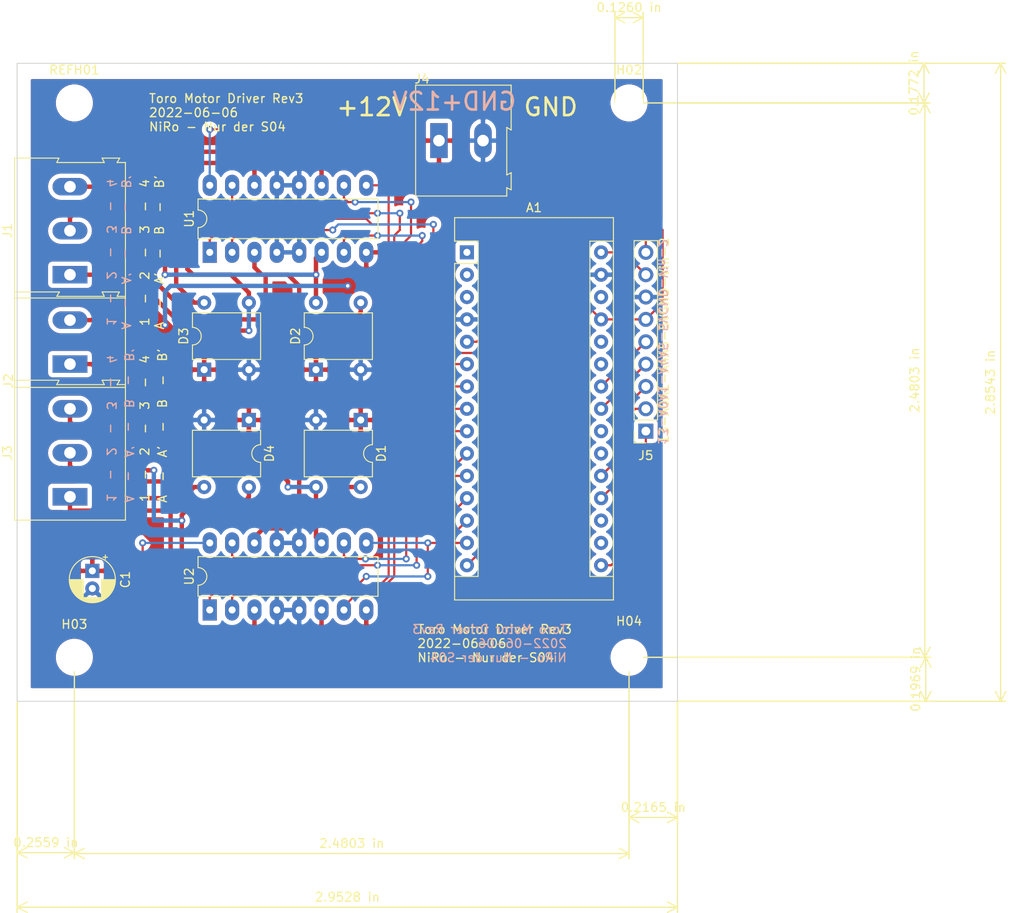
<source format=kicad_pcb>
(kicad_pcb (version 20171130) (host pcbnew 5.1.5+dfsg1-2build2)
  (layers (0 F.Cu signal) (31 B.Cu signal) (34 B.Paste user) (35 F.Paste user) (36 B.SilkS user) (37 F.SilkS user) (38 B.Mask user) (39 F.Mask user) (44 Edge.Cuts user))
  (net 0 "")
  (net 1 "Net-(A1-Pad1)")
  (net 2 "Net-(A1-Pad17)")
  (net 3 "Net-(A1-Pad2)")
  (net 4 "Net-(A1-Pad18)")
  (net 5 "Net-(A1-Pad3)")
  (net 6 "Net-(A1-Pad19)")
  (net 7 "Net-(A1-Pad20)")
  (net 8 "Net-(A1-Pad5)")
  (net 9 "Net-(A1-Pad21)")
  (net 10 "Net-(A1-Pad6)")
  (net 11 "Net-(A1-Pad22)")
  (net 12 "Net-(A1-Pad7)")
  (net 13 "Net-(A1-Pad23)")
  (net 14 "Net-(A1-Pad8)")
  (net 15 "Net-(A1-Pad24)")
  (net 16 "Net-(A1-Pad9)")
  (net 17 "Net-(A1-Pad25)")
  (net 18 "Net-(A1-Pad10)")
  (net 19 "Net-(A1-Pad26)")
  (net 20 "Net-(A1-Pad11)")
  (net 21 "Net-(A1-Pad27)")
  (net 22 "Net-(A1-Pad12)")
  (net 23 "Net-(A1-Pad28)")
  (net 24 "Net-(A1-Pad13)")
  (net 25 GND)
  (net 26 "Net-(A1-Pad14)")
  (net 27 "Net-(A1-Pad30)")
  (net 28 "Net-(A1-Pad15)")
  (net 29 "Net-(A1-Pad16)")
  (net 30 +10V)
  (net 31 "Net-(D1-Pad4)")
  (net 32 "Net-(D1-Pad3)")
  (net 33 "Net-(D2-Pad4)")
  (net 34 "Net-(D2-Pad3)")
  (net 35 "Net-(D3-Pad4)")
  (net 36 "Net-(D3-Pad3)")
  (net 37 "Net-(D4-Pad4)")
  (net 38 "Net-(D4-Pad3)")
  (module MountingHole:MountingHole_3.2mm_M3_ISO14580 (layer F.Cu) (at 64 77)
    (fp_text reference REFH01 (at 0 -3.75) (layer F.SilkS))
    (fp_text value MountingHole_3.2mm_M3_ISO14580)
    (pad 1 np_thru_hole circle (at 0 0) (size 3.2 3.2) (drill 3.2) (layers *.Cu *.Mask))
  )
  (module MountingHole:MountingHole_3.2mm_M3_ISO14580 (layer F.Cu) (at 64 140)
    (fp_text reference H03 (at 0 -3.75) (layer F.SilkS))
    (fp_text value MountingHole_3.2mm_M3_ISO14580)
    (pad 1 np_thru_hole circle (at 0 0) (size 3.2 3.2) (drill 3.2) (layers *.Cu *.Mask))
  )
  (module MountingHole:MountingHole_3.2mm_M3_ISO14580 (layer F.Cu) (at 127 140)
    (fp_text reference H04 (at 0 -4.11) (layer F.SilkS))
    (fp_text value MountingHole_3.2mm_M3_ISO14580)
    (pad 1 np_thru_hole circle (at 0 0) (size 3.2 3.2) (drill 3.2) (layers *.Cu *.Mask))
  )
  (module MountingHole:MountingHole_3.2mm_M3_ISO14580 (layer F.Cu) (at 127 77)
    (fp_text reference H02 (at 0 -3.75) (layer F.SilkS))
    (fp_text value MountingHole_3.2mm_M3_ISO14580)
    (pad 1 np_thru_hole circle (at 0 0) (size 3.2 3.2) (drill 3.2) (layers *.Cu *.Mask))
  )
  (module Connector_PinSocket_2.54mm:PinSocket_1x09_P2.54mm_Vertical (layer F.Cu) (at 128.905 114.3 180)
    (fp_text reference J5 (at 0 -2.77) (layer F.SilkS))
    (fp_text value Conn_01x09_Male)
    (pad 9 thru_hole oval (at 0 20.32 180) (size 1.7 1.7) (drill 1) (layers *.Cu *.Mask) (net 8 "Net-(A1-Pad5)"))
    (pad 8 thru_hole oval (at 0 17.78 180) (size 1.7 1.7) (drill 1) (layers *.Cu *.Mask) (net 27 "Net-(A1-Pad30)"))
    (pad 7 thru_hole oval (at 0 15.24 180) (size 1.7 1.7) (drill 1) (layers *.Cu *.Mask) (net 25 GND))
    (pad 6 thru_hole oval (at 0 12.7 180) (size 1.7 1.7) (drill 1) (layers *.Cu *.Mask) (net 21 "Net-(A1-Pad27)"))
    (pad 5 thru_hole oval (at 0 10.16 180) (size 1.7 1.7) (drill 1) (layers *.Cu *.Mask) (net 15 "Net-(A1-Pad24)"))
    (pad 4 thru_hole oval (at 0 7.62 180) (size 1.7 1.7) (drill 1) (layers *.Cu *.Mask) (net 13 "Net-(A1-Pad23)"))
    (pad 3 thru_hole oval (at 0 5.08 180) (size 1.7 1.7) (drill 1) (layers *.Cu *.Mask) (net 7 "Net-(A1-Pad20)"))
    (pad 2 thru_hole oval (at 0 2.54 180) (size 1.7 1.7) (drill 1) (layers *.Cu *.Mask) (net 6 "Net-(A1-Pad19)"))
    (pad 1 thru_hole rect (at 0 0 180) (size 1.7 1.7) (drill 1) (layers *.Cu *.Mask) (net 29 "Net-(A1-Pad16)"))
  )
  (module Capacitor_THT:CP_Radial_D5.0mm_P2.00mm (layer F.Cu) (at 66.04 130.175 270)
    (fp_text reference C1 (at 1 -3.75 90) (layer F.SilkS))
    (fp_text value 220nF)
    (pad 2 thru_hole circle (at 2 0 270) (size 1.6 1.6) (drill 0.8) (layers *.Cu *.Mask) (net 25 GND))
    (pad 1 thru_hole rect (at 0 0 270) (size 1.6 1.6) (drill 0.8) (layers *.Cu *.Mask) (net 30 +10V))
  )
  (module nikos_footprints:BridgeRectifier_+-AA (layer F.Cu) (at 83.82 113.03 270)
    (fp_text reference D4 (at 3.81 -2.33 90) (layer F.SilkS))
    (fp_text value D_Bridge_+-AA)
    (pad 4 thru_hole oval (at 7.62 0 270) (size 1.6 1.6) (drill 0.8) (layers *.Cu *.Mask) (net 37 "Net-(D4-Pad4)"))
    (pad 2 thru_hole oval (at 0 5.08 270) (size 1.6 1.6) (drill 0.8) (layers *.Cu *.Mask) (net 25 GND))
    (pad 3 thru_hole oval (at 7.62 5.08 270) (size 1.6 1.6) (drill 0.8) (layers *.Cu *.Mask) (net 38 "Net-(D4-Pad3)"))
    (pad 1 thru_hole rect (at 0 0 270) (size 1.6 1.6) (drill 0.8) (layers *.Cu *.Mask) (net 30 +10V))
  )
  (module nikos_footprints:BridgeRectifier_+-AA (layer F.Cu) (at 78.74 107.315 90)
    (fp_text reference D3 (at 3.81 -2.33 90) (layer F.SilkS))
    (fp_text value D_Bridge_+-AA)
    (pad 4 thru_hole oval (at 7.62 0 90) (size 1.6 1.6) (drill 0.8) (layers *.Cu *.Mask) (net 35 "Net-(D3-Pad4)"))
    (pad 2 thru_hole oval (at 0 5.08 90) (size 1.6 1.6) (drill 0.8) (layers *.Cu *.Mask) (net 25 GND))
    (pad 3 thru_hole oval (at 7.62 5.08 90) (size 1.6 1.6) (drill 0.8) (layers *.Cu *.Mask) (net 36 "Net-(D3-Pad3)"))
    (pad 1 thru_hole rect (at 0 0 90) (size 1.6 1.6) (drill 0.8) (layers *.Cu *.Mask) (net 30 +10V))
  )
  (module nikos_footprints:BridgeRectifier_+-AA (layer F.Cu) (at 91.44 107.315 90)
    (fp_text reference D2 (at 3.81 -2.33 90) (layer F.SilkS))
    (fp_text value D_Bridge_+-AA)
    (pad 4 thru_hole oval (at 7.62 0 90) (size 1.6 1.6) (drill 0.8) (layers *.Cu *.Mask) (net 33 "Net-(D2-Pad4)"))
    (pad 2 thru_hole oval (at 0 5.08 90) (size 1.6 1.6) (drill 0.8) (layers *.Cu *.Mask) (net 25 GND))
    (pad 3 thru_hole oval (at 7.62 5.08 90) (size 1.6 1.6) (drill 0.8) (layers *.Cu *.Mask) (net 34 "Net-(D2-Pad3)"))
    (pad 1 thru_hole rect (at 0 0 90) (size 1.6 1.6) (drill 0.8) (layers *.Cu *.Mask) (net 30 +10V))
  )
  (module nikos_footprints:BridgeRectifier_+-AA (layer F.Cu) (at 96.52 113.03 270)
    (fp_text reference D1 (at 3.81 -2.33 90) (layer F.SilkS))
    (fp_text value D_Bridge_+-AA)
    (pad 4 thru_hole oval (at 7.62 0 270) (size 1.6 1.6) (drill 0.8) (layers *.Cu *.Mask) (net 31 "Net-(D1-Pad4)"))
    (pad 2 thru_hole oval (at 0 5.08 270) (size 1.6 1.6) (drill 0.8) (layers *.Cu *.Mask) (net 25 GND))
    (pad 3 thru_hole oval (at 7.62 5.08 270) (size 1.6 1.6) (drill 0.8) (layers *.Cu *.Mask) (net 32 "Net-(D1-Pad3)"))
    (pad 1 thru_hole rect (at 0 0 270) (size 1.6 1.6) (drill 0.8) (layers *.Cu *.Mask) (net 30 +10V))
  )
  (module Module:Arduino_Nano (layer F.Cu) (at 108.585 93.98)
    (fp_text reference A1 (at 7.62 -5.08) (layer F.SilkS))
    (fp_text value Arduino_Nano_v3.x)
    (pad 1 thru_hole rect (at 0 0) (size 1.6 1.6) (drill 0.8) (layers *.Cu *.Mask) (net 1 "Net-(A1-Pad1)"))
    (pad 17 thru_hole oval (at 15.24 33.02) (size 1.6 1.6) (drill 0.8) (layers *.Cu *.Mask) (net 2 "Net-(A1-Pad17)"))
    (pad 2 thru_hole oval (at 0 2.54) (size 1.6 1.6) (drill 0.8) (layers *.Cu *.Mask) (net 3 "Net-(A1-Pad2)"))
    (pad 18 thru_hole oval (at 15.24 30.48) (size 1.6 1.6) (drill 0.8) (layers *.Cu *.Mask) (net 4 "Net-(A1-Pad18)"))
    (pad 3 thru_hole oval (at 0 5.08) (size 1.6 1.6) (drill 0.8) (layers *.Cu *.Mask) (net 5 "Net-(A1-Pad3)"))
    (pad 19 thru_hole oval (at 15.24 27.94) (size 1.6 1.6) (drill 0.8) (layers *.Cu *.Mask) (net 6 "Net-(A1-Pad19)"))
    (pad 4 thru_hole oval (at 0 7.62) (size 1.6 1.6) (drill 0.8) (layers *.Cu *.Mask) (net 25 GND))
    (pad 20 thru_hole oval (at 15.24 25.4) (size 1.6 1.6) (drill 0.8) (layers *.Cu *.Mask) (net 7 "Net-(A1-Pad20)"))
    (pad 5 thru_hole oval (at 0 10.16) (size 1.6 1.6) (drill 0.8) (layers *.Cu *.Mask) (net 8 "Net-(A1-Pad5)"))
    (pad 21 thru_hole oval (at 15.24 22.86) (size 1.6 1.6) (drill 0.8) (layers *.Cu *.Mask) (net 9 "Net-(A1-Pad21)"))
    (pad 6 thru_hole oval (at 0 12.7) (size 1.6 1.6) (drill 0.8) (layers *.Cu *.Mask) (net 10 "Net-(A1-Pad6)"))
    (pad 22 thru_hole oval (at 15.24 20.32) (size 1.6 1.6) (drill 0.8) (layers *.Cu *.Mask) (net 11 "Net-(A1-Pad22)"))
    (pad 7 thru_hole oval (at 0 15.24) (size 1.6 1.6) (drill 0.8) (layers *.Cu *.Mask) (net 12 "Net-(A1-Pad7)"))
    (pad 23 thru_hole oval (at 15.24 17.78) (size 1.6 1.6) (drill 0.8) (layers *.Cu *.Mask) (net 13 "Net-(A1-Pad23)"))
    (pad 8 thru_hole oval (at 0 17.78) (size 1.6 1.6) (drill 0.8) (layers *.Cu *.Mask) (net 14 "Net-(A1-Pad8)"))
    (pad 24 thru_hole oval (at 15.24 15.24) (size 1.6 1.6) (drill 0.8) (layers *.Cu *.Mask) (net 15 "Net-(A1-Pad24)"))
    (pad 9 thru_hole oval (at 0 20.32) (size 1.6 1.6) (drill 0.8) (layers *.Cu *.Mask) (net 16 "Net-(A1-Pad9)"))
    (pad 25 thru_hole oval (at 15.24 12.7) (size 1.6 1.6) (drill 0.8) (layers *.Cu *.Mask) (net 17 "Net-(A1-Pad25)"))
    (pad 10 thru_hole oval (at 0 22.86) (size 1.6 1.6) (drill 0.8) (layers *.Cu *.Mask) (net 18 "Net-(A1-Pad10)"))
    (pad 26 thru_hole oval (at 15.24 10.16) (size 1.6 1.6) (drill 0.8) (layers *.Cu *.Mask) (net 19 "Net-(A1-Pad26)"))
    (pad 11 thru_hole oval (at 0 25.4) (size 1.6 1.6) (drill 0.8) (layers *.Cu *.Mask) (net 20 "Net-(A1-Pad11)"))
    (pad 27 thru_hole oval (at 15.24 7.62) (size 1.6 1.6) (drill 0.8) (layers *.Cu *.Mask) (net 21 "Net-(A1-Pad27)"))
    (pad 12 thru_hole oval (at 0 27.94) (size 1.6 1.6) (drill 0.8) (layers *.Cu *.Mask) (net 22 "Net-(A1-Pad12)"))
    (pad 28 thru_hole oval (at 15.24 5.08) (size 1.6 1.6) (drill 0.8) (layers *.Cu *.Mask) (net 23 "Net-(A1-Pad28)"))
    (pad 13 thru_hole oval (at 0 30.48) (size 1.6 1.6) (drill 0.8) (layers *.Cu *.Mask) (net 24 "Net-(A1-Pad13)"))
    (pad 29 thru_hole oval (at 15.24 2.54) (size 1.6 1.6) (drill 0.8) (layers *.Cu *.Mask) (net 25 GND))
    (pad 14 thru_hole oval (at 0 33.02) (size 1.6 1.6) (drill 0.8) (layers *.Cu *.Mask) (net 26 "Net-(A1-Pad14)"))
    (pad 30 thru_hole oval (at 15.24 0) (size 1.6 1.6) (drill 0.8) (layers *.Cu *.Mask) (net 27 "Net-(A1-Pad30)"))
    (pad 15 thru_hole oval (at 0 35.56) (size 1.6 1.6) (drill 0.8) (layers *.Cu *.Mask) (net 28 "Net-(A1-Pad15)"))
    (pad 16 thru_hole oval (at 15.24 35.56) (size 1.6 1.6) (drill 0.8) (layers *.Cu *.Mask) (net 29 "Net-(A1-Pad16)"))
  )
  (module TerminalBlock:TerminalBlock_Altech_AK300-3_P5.00mm (layer F.Cu) (at 63.5 96.52 90)
    (fp_text reference J1 (at 5 -7.1 90) (layer F.SilkS))
    (fp_text value Screw_Terminal_01x03)
    (pad 1 thru_hole rect (at 0 0 90) (size 1.98 3.96) (drill 1.32) (layers *.Cu *.Mask) (net 34 "Net-(D2-Pad3)"))
    (pad 2 thru_hole oval (at 5 0 90) (size 1.98 3.96) (drill 1.32) (layers *.Cu *.Mask) (net 33 "Net-(D2-Pad4)"))
    (pad 3 thru_hole oval (at 10 0 90) (size 1.98 3.96) (drill 1.32) (layers *.Cu *.Mask) (net 35 "Net-(D3-Pad4)"))
  )
  (module TerminalBlock:TerminalBlock_Altech_AK300-2_P5.00mm (layer F.Cu) (at 63.5 106.68 90)
    (fp_text reference J2 (at -1.92 -6.99 90) (layer F.SilkS))
    (fp_text value Screw_Terminal_01x02)
    (pad 1 thru_hole rect (at 0 0 90) (size 1.98 3.96) (drill 1.32) (layers *.Cu *.Mask) (net 37 "Net-(D4-Pad4)"))
    (pad 2 thru_hole oval (at 5 0 90) (size 1.98 3.96) (drill 1.32) (layers *.Cu *.Mask) (net 36 "Net-(D3-Pad3)"))
  )
  (module TerminalBlock:TerminalBlock_Altech_AK300-3_P5.00mm (layer F.Cu) (at 63.5 121.76 90)
    (fp_text reference J3 (at 5 -7.1 90) (layer F.SilkS))
    (fp_text value Screw_Terminal_01x03)
    (pad 3 thru_hole oval (at 10 0 90) (size 1.98 3.96) (drill 1.32) (layers *.Cu *.Mask) (net 31 "Net-(D1-Pad4)"))
    (pad 2 thru_hole oval (at 5 0 90) (size 1.98 3.96) (drill 1.32) (layers *.Cu *.Mask) (net 32 "Net-(D1-Pad3)"))
    (pad 1 thru_hole rect (at 0 0 90) (size 1.98 3.96) (drill 1.32) (layers *.Cu *.Mask) (net 38 "Net-(D4-Pad3)"))
  )
  (module TerminalBlock:TerminalBlock_Altech_AK300-2_P5.00mm (layer F.Cu) (at 105.41 81.28)
    (fp_text reference J4 (at -1.92 -6.99) (layer F.SilkS))
    (fp_text value "Screw_Terminal _01x02")
    (pad 2 thru_hole oval (at 5 0) (size 1.98 3.96) (drill 1.32) (layers *.Cu *.Mask) (net 25 GND))
    (pad 1 thru_hole rect (at 0 0) (size 1.98 3.96) (drill 1.32) (layers *.Cu *.Mask) (net 30 +10V))
  )
  (module Package_DIP:DIP-16_W7.62mm_LongPads (layer F.Cu) (at 79.375 93.98 90)
    (fp_text reference U1 (at 3.81 -2.33 90) (layer F.SilkS))
    (fp_text value L293)
    (pad 1 thru_hole rect (at 0 0 90) (size 2.4 1.6) (drill 0.8) (layers *.Cu *.Mask) (net 16 "Net-(A1-Pad9)"))
    (pad 9 thru_hole oval (at 7.62 17.78 90) (size 2.4 1.6) (drill 0.8) (layers *.Cu *.Mask) (net 16 "Net-(A1-Pad9)"))
    (pad 2 thru_hole oval (at 0 2.54 90) (size 2.4 1.6) (drill 0.8) (layers *.Cu *.Mask) (net 28 "Net-(A1-Pad15)"))
    (pad 10 thru_hole oval (at 7.62 15.24 90) (size 2.4 1.6) (drill 0.8) (layers *.Cu *.Mask) (net 12 "Net-(A1-Pad7)"))
    (pad 3 thru_hole oval (at 0 5.08 90) (size 2.4 1.6) (drill 0.8) (layers *.Cu *.Mask) (net 34 "Net-(D2-Pad3)"))
    (pad 11 thru_hole oval (at 7.62 12.7 90) (size 2.4 1.6) (drill 0.8) (layers *.Cu *.Mask) (net 35 "Net-(D3-Pad4)"))
    (pad 4 thru_hole oval (at 0 7.62 90) (size 2.4 1.6) (drill 0.8) (layers *.Cu *.Mask) (net 25 GND))
    (pad 12 thru_hole oval (at 7.62 10.16 90) (size 2.4 1.6) (drill 0.8) (layers *.Cu *.Mask) (net 25 GND))
    (pad 5 thru_hole oval (at 0 10.16 90) (size 2.4 1.6) (drill 0.8) (layers *.Cu *.Mask) (net 25 GND))
    (pad 13 thru_hole oval (at 7.62 7.62 90) (size 2.4 1.6) (drill 0.8) (layers *.Cu *.Mask) (net 25 GND))
    (pad 6 thru_hole oval (at 0 12.7 90) (size 2.4 1.6) (drill 0.8) (layers *.Cu *.Mask) (net 33 "Net-(D2-Pad4)"))
    (pad 14 thru_hole oval (at 7.62 5.08 90) (size 2.4 1.6) (drill 0.8) (layers *.Cu *.Mask) (net 36 "Net-(D3-Pad3)"))
    (pad 7 thru_hole oval (at 0 15.24 90) (size 2.4 1.6) (drill 0.8) (layers *.Cu *.Mask) (net 10 "Net-(A1-Pad6)"))
    (pad 15 thru_hole oval (at 7.62 2.54 90) (size 2.4 1.6) (drill 0.8) (layers *.Cu *.Mask) (net 14 "Net-(A1-Pad8)"))
    (pad 8 thru_hole oval (at 0 17.78 90) (size 2.4 1.6) (drill 0.8) (layers *.Cu *.Mask) (net 30 +10V))
    (pad 16 thru_hole oval (at 7.62 0 90) (size 2.4 1.6) (drill 0.8) (layers *.Cu *.Mask) (net 21 "Net-(A1-Pad27)"))
  )
  (module Package_DIP:DIP-16_W7.62mm_LongPads (layer F.Cu) (at 79.375 134.62 90)
    (fp_text reference U2 (at 3.81 -2.33 90) (layer F.SilkS))
    (fp_text value L293)
    (pad 16 thru_hole oval (at 7.62 0 90) (size 2.4 1.6) (drill 0.8) (layers *.Cu *.Mask) (net 21 "Net-(A1-Pad27)"))
    (pad 8 thru_hole oval (at 0 17.78 90) (size 2.4 1.6) (drill 0.8) (layers *.Cu *.Mask) (net 30 +10V))
    (pad 15 thru_hole oval (at 7.62 2.54 90) (size 2.4 1.6) (drill 0.8) (layers *.Cu *.Mask) (net 24 "Net-(A1-Pad13)"))
    (pad 7 thru_hole oval (at 0 15.24 90) (size 2.4 1.6) (drill 0.8) (layers *.Cu *.Mask) (net 20 "Net-(A1-Pad11)"))
    (pad 14 thru_hole oval (at 7.62 5.08 90) (size 2.4 1.6) (drill 0.8) (layers *.Cu *.Mask) (net 31 "Net-(D1-Pad4)"))
    (pad 6 thru_hole oval (at 0 12.7 90) (size 2.4 1.6) (drill 0.8) (layers *.Cu *.Mask) (net 38 "Net-(D4-Pad3)"))
    (pad 13 thru_hole oval (at 7.62 7.62 90) (size 2.4 1.6) (drill 0.8) (layers *.Cu *.Mask) (net 25 GND))
    (pad 5 thru_hole oval (at 0 10.16 90) (size 2.4 1.6) (drill 0.8) (layers *.Cu *.Mask) (net 25 GND))
    (pad 12 thru_hole oval (at 7.62 10.16 90) (size 2.4 1.6) (drill 0.8) (layers *.Cu *.Mask) (net 25 GND))
    (pad 4 thru_hole oval (at 0 7.62 90) (size 2.4 1.6) (drill 0.8) (layers *.Cu *.Mask) (net 25 GND))
    (pad 11 thru_hole oval (at 7.62 12.7 90) (size 2.4 1.6) (drill 0.8) (layers *.Cu *.Mask) (net 32 "Net-(D1-Pad3)"))
    (pad 3 thru_hole oval (at 0 5.08 90) (size 2.4 1.6) (drill 0.8) (layers *.Cu *.Mask) (net 37 "Net-(D4-Pad4)"))
    (pad 10 thru_hole oval (at 7.62 15.24 90) (size 2.4 1.6) (drill 0.8) (layers *.Cu *.Mask) (net 22 "Net-(A1-Pad12)"))
    (pad 2 thru_hole oval (at 0 2.54 90) (size 2.4 1.6) (drill 0.8) (layers *.Cu *.Mask) (net 18 "Net-(A1-Pad10)"))
    (pad 9 thru_hole oval (at 7.62 17.78 90) (size 2.4 1.6) (drill 0.8) (layers *.Cu *.Mask) (net 26 "Net-(A1-Pad14)"))
    (pad 1 thru_hole rect (at 0 0 90) (size 2.4 1.6) (drill 0.8) (layers *.Cu *.Mask) (net 26 "Net-(A1-Pad14)"))
  )
  (dimension 3.2 (width 0.15) (layer F.SilkS) (gr_text "3.200 mm" (at 127 66) (layer F.SilkS) (effects (font (size 1 1) (thickness 0.15)))) (feature1 (pts (xy 125.4 77) (xy 125.4 66.713579))) (feature2 (pts (xy 128.6 77) (xy 128.6 66.713579))) (crossbar (pts (xy 128.6 67.3) (xy 125.4 67.3))) (arrow1a (pts (xy 125.4 67.3) (xy 126.526504 66.713579))) (arrow1b (pts (xy 125.4 67.3) (xy 126.526504 67.886421))) (arrow2a (pts (xy 128.6 67.3) (xy 127.473496 66.713579))) (arrow2b (pts (xy 128.6 67.3) (xy 127.473496 67.886421))))
  (dimension 6.5 (width 0.15) (layer F.SilkS) (gr_text "6.500 mm" (at 60.75 163.5) (layer F.SilkS) (effects (font (size 1 1) (thickness 0.15)))) (feature1 (pts (xy 57.5 145) (xy 57.5 162.786421))) (feature2 (pts (xy 64 145) (xy 64 162.786421))) (crossbar (pts (xy 64 162.2) (xy 57.5 162.2))) (arrow1a (pts (xy 57.5 162.2) (xy 58.626504 161.613579))) (arrow1b (pts (xy 57.5 162.2) (xy 58.626504 162.786421))) (arrow2a (pts (xy 64 162.2) (xy 62.873496 161.613579))) (arrow2b (pts (xy 64 162.2) (xy 62.873496 162.786421))))
  (dimension 5 (width 0.15) (layer F.SilkS) (gr_text "5.000 mm" (at 162 142.5 270) (layer F.SilkS) (effects (font (size 1 1) (thickness 0.15)))) (feature1 (pts (xy 132.5 145) (xy 161.286421 145))) (feature2 (pts (xy 132.5 140) (xy 161.286421 140))) (crossbar (pts (xy 160.7 140) (xy 160.7 145))) (arrow1a (pts (xy 160.7 145) (xy 160.113579 143.873496))) (arrow1b (pts (xy 160.7 145) (xy 161.286421 143.873496))) (arrow2a (pts (xy 160.7 140) (xy 160.113579 141.126504))) (arrow2b (pts (xy 160.7 140) (xy 161.286421 141.126504))))
  (dimension 5.5 (width 0.15) (layer F.SilkS) (gr_text "5.500 mm" (at 129.75 159.5) (layer F.SilkS) (effects (font (size 1 1) (thickness 0.15)))) (feature1 (pts (xy 132.5 145) (xy 132.5 158.786421))) (feature2 (pts (xy 127 145) (xy 127 158.786421))) (crossbar (pts (xy 127 158.2) (xy 132.5 158.2))) (arrow1a (pts (xy 132.5 158.2) (xy 131.373496 158.786421))) (arrow1b (pts (xy 132.5 158.2) (xy 131.373496 157.613579))) (arrow2a (pts (xy 127 158.2) (xy 128.126504 158.786421))) (arrow2b (pts (xy 127 158.2) (xy 128.126504 157.613579))))
  (dimension 4.5 (width 0.15) (layer F.SilkS) (gr_text "4.500 mm" (at 161.8 74.75 270) (layer F.SilkS) (effects (font (size 1 1) (thickness 0.15)))) (feature1 (pts (xy 132.5 77) (xy 161.086421 77))) (feature2 (pts (xy 132.5 72.5) (xy 161.086421 72.5))) (crossbar (pts (xy 160.5 72.5) (xy 160.5 77))) (arrow1a (pts (xy 160.5 77) (xy 159.913579 75.873496))) (arrow1b (pts (xy 160.5 77) (xy 161.086421 75.873496))) (arrow2a (pts (xy 160.5 72.5) (xy 159.913579 73.626504))) (arrow2b (pts (xy 160.5 72.5) (xy 161.086421 73.626504))))
  (dimension 63 (width 0.15) (layer F.SilkS) (gr_text "63.000 mm" (at 161.9 108.5 270) (layer F.SilkS) (effects (font (size 1 1) (thickness 0.15)))) (feature1 (pts (xy 127 140) (xy 161.186421 140))) (feature2 (pts (xy 127 77) (xy 161.186421 77))) (crossbar (pts (xy 160.6 77) (xy 160.6 140))) (arrow1a (pts (xy 160.6 140) (xy 160.013579 138.873496))) (arrow1b (pts (xy 160.6 140) (xy 161.186421 138.873496))) (arrow2a (pts (xy 160.6 77) (xy 160.013579 78.126504))) (arrow2b (pts (xy 160.6 77) (xy 161.186421 78.126504))))
  (dimension 63 (width 0.15) (layer F.SilkS) (gr_text "63.000 mm" (at 95.5 163.599999) (layer F.SilkS) (effects (font (size 1 1) (thickness 0.15)))) (feature1 (pts (xy 127 140) (xy 127 162.88642))) (feature2 (pts (xy 64 140) (xy 64 162.88642))) (crossbar (pts (xy 64 162.299999) (xy 127 162.299999))) (arrow1a (pts (xy 127 162.299999) (xy 125.873496 162.88642))) (arrow1b (pts (xy 127 162.299999) (xy 125.873496 161.713578))) (arrow2a (pts (xy 64 162.299999) (xy 65.126504 162.88642))) (arrow2b (pts (xy 64 162.299999) (xy 65.126504 161.713578))))
  (dimension 75 (width 0.15) (layer F.SilkS) (gr_text "75.000 mm" (at 95 169.699999) (layer F.SilkS) (effects (font (size 1 1) (thickness 0.15)))) (feature1 (pts (xy 132.5 145) (xy 132.5 168.98642))) (feature2 (pts (xy 57.5 145) (xy 57.5 168.98642))) (crossbar (pts (xy 57.5 168.399999) (xy 132.5 168.399999))) (arrow1a (pts (xy 132.5 168.399999) (xy 131.373496 168.98642))) (arrow1b (pts (xy 132.5 168.399999) (xy 131.373496 167.813578))) (arrow2a (pts (xy 57.5 168.399999) (xy 58.626504 168.98642))) (arrow2b (pts (xy 57.5 168.399999) (xy 58.626504 167.813578))))
  (dimension 72.5 (width 0.15) (layer F.SilkS) (gr_text "72.500 mm" (at 170.5 108.75 270) (layer F.SilkS) (effects (font (size 1 1) (thickness 0.15)))) (feature1 (pts (xy 132.5 145) (xy 169.786421 145))) (feature2 (pts (xy 132.5 72.5) (xy 169.786421 72.5))) (crossbar (pts (xy 169.2 72.5) (xy 169.2 145))) (arrow1a (pts (xy 169.2 145) (xy 168.613579 143.873496))) (arrow1b (pts (xy 169.2 145) (xy 169.786421 143.873496))) (arrow2a (pts (xy 169.2 72.5) (xy 168.613579 73.626504))) (arrow2b (pts (xy 169.2 72.5) (xy 169.786421 73.626504))))
  (gr_text 13-A0A1-A4A5-5VGND-Vin-2 (at 130.81 104.14 270) (layer B.SilkS) (effects (font (size 1 1)) (justify mirror)))
  (gr_text GND (at 111.125 76.835) (layer B.SilkS) (effects (font (size 2 2) (thickness 0.3)) (justify mirror)))
  (gr_text +12V (at 104.14 76.835) (layer B.SilkS) (effects (font (size 2 2) (thickness 0.3)) (justify mirror)))
  (gr_text "1  -  2  -  3  -  4" (at 68.19 93.98 270) (layer B.SilkS) (effects (font (size 1 1)) (justify mirror)))
  (gr_text "A  -  A'  -  B  -  B'" (at 69.85 93.98 270) (layer B.SilkS) (effects (font (size 1 1)) (justify mirror)))
  (gr_text "A  -  A'  -  B  -  B'" (at 70.19 113.665 270) (layer B.SilkS) (effects (font (size 1 1)) (justify mirror)))
  (gr_text "1  -  2  -  3  -  4" (at 68.19 114 270) (layer B.SilkS) (effects (font (size 1 1)) (justify mirror)))
  (gr_text "Toro Motor Driver Rev3\n2022-06-06\nNiRo - Nur der S04" (at 120.015 138.43) (layer B.SilkS) (effects (font (size 1 1)) (justify left mirror)))
  (gr_text "Toro Motor Driver Rev3\n2022-06-06\nNiRo - Nur der S04" (at 102.87 138.43) (layer F.SilkS) (effects (font (size 1 1)) (justify left)))
  (gr_text "Toro Motor Driver Rev3\n2022-06-06\nNiRo - Nur der S04" (at 72.39 78.105) (layer F.SilkS) (effects (font (size 1 1)) (justify left)))
  (gr_text GND (at 118.11 77.47) (layer F.SilkS) (effects (font (size 2 2) (thickness 0.3))))
  (gr_text +12V (at 97.79 77.47) (layer F.SilkS) (effects (font (size 2 2) (thickness 0.3))))
  (gr_text "A  -  A'  -  B  -  B'" (at 73.66 93.98 90) (layer F.SilkS) (effects (font (size 1 1))))
  (gr_text "A  -  A'  -  B  -  B'" (at 74 113.665 90) (layer F.SilkS) (effects (font (size 1 1))))
  (gr_text "1  -  2  -  3  -  4" (at 72 94 90) (layer F.SilkS) (effects (font (size 1 1))))
  (gr_text "1  -  2  -  3  -  4" (at 72 114 90) (layer F.SilkS) (effects (font (size 1 1))))
  (gr_text 13-A0A1-A4A5-5VGND-Vin-2 (at 131 104 90) (layer F.SilkS) (effects (font (size 1 1))))
  (gr_line (start 132.5 72.5) (end 132.5 75) (layer Edge.Cuts) (width 0.1))
  (gr_line (start 57.5 72.5) (end 132.5 72.5) (layer Edge.Cuts) (width 0.1))
  (gr_line (start 57.5 75) (end 57.5 72.5) (layer Edge.Cuts) (width 0.1))
  (gr_line (start 132.5 75) (end 132.5 145) (layer Edge.Cuts) (width 0.1))
  (gr_line (start 57.5 75) (end 57.5 145) (layer Edge.Cuts) (width 0.1))
  (gr_line (start 57.5 145) (end 132.5 145) (layer Edge.Cuts) (width 0.1))
  (segment (start 127.702919 111.76) (end 126.365 113.097919) (width 0.25) (layer F.Cu) (net 6))
  (segment (start 128.905 111.76) (end 127.702919 111.76) (width 0.25) (layer F.Cu) (net 6))
  (segment (start 126.365 119.38) (end 123.825 121.92) (width 0.25) (layer F.Cu) (net 6))
  (segment (start 126.365 113.097919) (end 126.365 119.38) (width 0.25) (layer F.Cu) (net 6))
  (segment (start 128.905 109.22) (end 125.73 112.395) (width 0.25) (layer F.Cu) (net 7))
  (segment (start 125.73 112.395) (end 125.73 117.475) (width 0.25) (layer F.Cu) (net 7))
  (segment (start 125.73 117.475) (end 123.825 119.38) (width 0.25) (layer F.Cu) (net 7))
  (segment (start 128.905 92.075) (end 128.905 93.98) (width 0.25) (layer F.Cu) (net 8))
  (segment (start 127.635 90.805) (end 128.905 92.075) (width 0.25) (layer F.Cu) (net 8))
  (segment (start 111.125 90.805) (end 127.635 90.805) (width 0.25) (layer F.Cu) (net 8))
  (segment (start 110.35137 91.57863) (end 111.125 90.805) (width 0.25) (layer F.Cu) (net 8))
  (segment (start 110.35137 103.505) (end 110.35137 91.57863) (width 0.25) (layer F.Cu) (net 8))
  (segment (start 109.71637 104.14) (end 110.35137 103.505) (width 0.25) (layer F.Cu) (net 8))
  (segment (start 108.585 104.14) (end 109.71637 104.14) (width 0.25) (layer F.Cu) (net 8))
  (segment (start 94.615 92.53) (end 95.07 92.075) (width 0.25) (layer F.Cu) (net 10))
  (segment (start 94.615 93.98) (end 94.615 92.53) (width 0.25) (layer F.Cu) (net 10))
  (segment (start 95.07 92.075) (end 98.425 92.075) (width 0.25) (layer F.Cu) (net 10))
  (segment (start 98.425 92.075) (end 98.425 92.075) (width 0.25) (layer F.Cu) (net 10))
  (via (at 98.425 92.075) (size 0.8) (drill 0.4) (layers F.Cu B.Cu) (net 10))
  (segment (start 98.425 92.075) (end 103.505 92.075) (width 0.25) (layer B.Cu) (net 10))
  (segment (start 103.505 92.075) (end 103.505 92.075) (width 0.25) (layer B.Cu) (net 10))
  (via (at 103.505 92.075) (size 0.8) (drill 0.4) (layers F.Cu B.Cu) (net 10))
  (segment (start 102.235 93.98) (end 102.235 105.41) (width 0.25) (layer F.Cu) (net 10))
  (segment (start 103.505 92.71) (end 102.235 93.98) (width 0.25) (layer F.Cu) (net 10))
  (segment (start 103.505 106.68) (end 108.585 106.68) (width 0.25) (layer F.Cu) (net 10))
  (segment (start 102.235 105.41) (end 103.505 106.68) (width 0.25) (layer F.Cu) (net 10))
  (segment (start 103.505 92.075) (end 103.505 92.71) (width 0.25) (layer F.Cu) (net 10))
  (segment (start 94.615 87.81) (end 95.07 88.265) (width 0.25) (layer F.Cu) (net 12))
  (segment (start 94.615 86.36) (end 94.615 87.81) (width 0.25) (layer F.Cu) (net 12))
  (segment (start 95.07 88.265) (end 95.885 88.265) (width 0.25) (layer F.Cu) (net 12))
  (segment (start 95.885 88.265) (end 95.885 88.265) (width 0.25) (layer F.Cu) (net 12))
  (via (at 95.885 88.265) (size 0.8) (drill 0.4) (layers F.Cu B.Cu) (net 12))
  (segment (start 95.885 88.265) (end 102.235 88.265) (width 0.25) (layer B.Cu) (net 12))
  (segment (start 102.235 88.265) (end 102.235 88.265) (width 0.25) (layer B.Cu) (net 12))
  (via (at 102.235 88.265) (size 0.8) (drill 0.4) (layers F.Cu B.Cu) (net 12))
  (segment (start 101.6 92.71) (end 102.235 92.075) (width 0.25) (layer F.Cu) (net 12))
  (segment (start 102.235 92.075) (end 102.235 88.265) (width 0.25) (layer F.Cu) (net 12))
  (segment (start 108.585 109.22) (end 102.235 109.22) (width 0.25) (layer F.Cu) (net 12))
  (segment (start 102.235 109.22) (end 101.6 108.585) (width 0.25) (layer F.Cu) (net 12))
  (segment (start 101.6 108.585) (end 101.6 92.71) (width 0.25) (layer F.Cu) (net 12))
  (segment (start 128.905 106.68) (end 123.825 111.76) (width 0.25) (layer F.Cu) (net 13))
  (segment (start 81.915 86.36) (end 81.915 87.81) (width 0.25) (layer F.Cu) (net 14))
  (segment (start 81.915 87.81) (end 81.915 88.265) (width 0.25) (layer F.Cu) (net 14))
  (segment (start 100.965 90.17) (end 100.965 90.17) (width 0.25) (layer F.Cu) (net 14))
  (segment (start 81.915 88.265) (end 83.185 89.535) (width 0.25) (layer F.Cu) (net 14))
  (segment (start 83.185 89.535) (end 98.425 89.535) (width 0.25) (layer F.Cu) (net 14))
  (segment (start 98.425 89.535) (end 98.425 89.535) (width 0.25) (layer F.Cu) (net 14))
  (via (at 98.425 89.535) (size 0.8) (drill 0.4) (layers F.Cu B.Cu) (net 14))
  (segment (start 100.965 89.535) (end 100.965 89.535) (width 0.25) (layer F.Cu) (net 14))
  (via (at 100.965 89.535) (size 0.8) (drill 0.4) (layers F.Cu B.Cu) (net 14))
  (segment (start 98.425 89.535) (end 100.965 89.535) (width 0.25) (layer B.Cu) (net 14))
  (segment (start 100.33 92.075) (end 100.33 111.125) (width 0.25) (layer F.Cu) (net 14))
  (segment (start 100.965 91.44) (end 100.33 92.075) (width 0.25) (layer F.Cu) (net 14))
  (segment (start 100.965 89.535) (end 100.965 91.44) (width 0.25) (layer F.Cu) (net 14))
  (segment (start 100.965 111.76) (end 100.33 111.125) (width 0.25) (layer F.Cu) (net 14))
  (segment (start 108.585 111.76) (end 100.965 111.76) (width 0.25) (layer F.Cu) (net 14))
  (segment (start 128.905 104.14) (end 123.825 109.22) (width 0.25) (layer F.Cu) (net 15))
  (segment (start 79.375 93.98) (end 79.375 92.53) (width 0.25) (layer F.Cu) (net 16))
  (segment (start 99.06 86.36) (end 97.155 86.36) (width 0.25) (layer F.Cu) (net 16))
  (segment (start 99.695 86.995) (end 99.06 86.36) (width 0.25) (layer F.Cu) (net 16))
  (segment (start 80.8725 91.0325) (end 80.915009 90.989991) (width 0.25) (layer F.Cu) (net 16))
  (segment (start 99.695 90.805) (end 99.695 86.995) (width 0.25) (layer F.Cu) (net 16))
  (segment (start 80.915009 90.989991) (end 79.375 92.53) (width 0.25) (layer F.Cu) (net 16))
  (segment (start 81.735 90.17) (end 80.915009 90.989991) (width 0.25) (layer F.Cu) (net 16))
  (segment (start 97.79 90.805) (end 97.155 90.17) (width 0.25) (layer F.Cu) (net 16))
  (segment (start 97.155 90.17) (end 81.735 90.17) (width 0.25) (layer F.Cu) (net 16))
  (segment (start 99.695 90.805) (end 97.79 90.805) (width 0.25) (layer F.Cu) (net 16))
  (segment (start 100.965 114.3) (end 108.585 114.3) (width 0.25) (layer F.Cu) (net 16))
  (segment (start 99.695 113.03) (end 100.965 114.3) (width 0.25) (layer F.Cu) (net 16))
  (segment (start 99.695 90.805) (end 99.695 113.03) (width 0.25) (layer F.Cu) (net 16))
  (segment (start 98.425 132.08) (end 99.695 130.81) (width 0.25) (layer F.Cu) (net 18))
  (segment (start 83.005 132.08) (end 98.425 132.08) (width 0.25) (layer F.Cu) (net 18))
  (segment (start 81.915 133.17) (end 83.005 132.08) (width 0.25) (layer F.Cu) (net 18))
  (segment (start 81.915 134.62) (end 81.915 133.17) (width 0.25) (layer F.Cu) (net 18))
  (segment (start 99.695 130.81) (end 99.695 123.19) (width 0.25) (layer F.Cu) (net 18))
  (segment (start 99.695 123.19) (end 100.965 121.92) (width 0.25) (layer F.Cu) (net 18))
  (segment (start 100.965 121.92) (end 104.14 121.92) (width 0.25) (layer F.Cu) (net 18))
  (segment (start 104.14 121.92) (end 104.775 121.285) (width 0.25) (layer F.Cu) (net 18))
  (segment (start 104.775 120.65) (end 108.585 116.84) (width 0.25) (layer F.Cu) (net 18))
  (segment (start 104.775 121.285) (end 104.775 120.65) (width 0.25) (layer F.Cu) (net 18))
  (segment (start 105.41 123.19) (end 106.045 122.555) (width 0.25) (layer F.Cu) (net 20))
  (segment (start 100.33 124.46) (end 101.6 123.19) (width 0.25) (layer F.Cu) (net 20))
  (segment (start 107.315 119.38) (end 108.585 119.38) (width 0.25) (layer F.Cu) (net 20))
  (segment (start 106.045 120.65) (end 107.315 119.38) (width 0.25) (layer F.Cu) (net 20))
  (segment (start 101.6 123.19) (end 105.41 123.19) (width 0.25) (layer F.Cu) (net 20))
  (segment (start 100.33 130.81141) (end 100.33 124.46) (width 0.25) (layer F.Cu) (net 20))
  (segment (start 98.42641 132.715) (end 100.33 130.81141) (width 0.25) (layer F.Cu) (net 20))
  (segment (start 96.12 132.715) (end 98.42641 132.715) (width 0.25) (layer F.Cu) (net 20))
  (segment (start 94.615 134.22) (end 96.12 132.715) (width 0.25) (layer F.Cu) (net 20))
  (segment (start 106.045 122.555) (end 106.045 120.65) (width 0.25) (layer F.Cu) (net 20))
  (segment (start 94.615 134.62) (end 94.615 134.22) (width 0.25) (layer F.Cu) (net 20))
  (segment (start 123.825 101.6) (end 128.905 101.6) (width 0.25) (layer F.Cu) (net 21))
  (segment (start 79.375 127) (end 78.325 127) (width 0.25) (layer B.Cu) (net 21))
  (segment (start 78.325 127) (end 71.755 127) (width 0.25) (layer B.Cu) (net 21))
  (segment (start 79.375 86.36) (end 79.375 84.91) (width 0.25) (layer B.Cu) (net 21))
  (segment (start 79.375 84.91) (end 79.375 80.01) (width 0.25) (layer B.Cu) (net 21))
  (segment (start 79.375 80.01) (end 79.375 80.01) (width 0.25) (layer B.Cu) (net 21))
  (via (at 79.375 80.01) (size 0.8) (drill 0.4) (layers F.Cu B.Cu) (net 21))
  (segment (start 130.81 91.44) (end 130.81 99.695) (width 0.25) (layer F.Cu) (net 21))
  (segment (start 128.905 89.535) (end 130.81 91.44) (width 0.25) (layer F.Cu) (net 21))
  (segment (start 111.125 78.105) (end 113.03 80.01) (width 0.25) (layer F.Cu) (net 21))
  (segment (start 102.87 78.105) (end 111.125 78.105) (width 0.25) (layer F.Cu) (net 21))
  (segment (start 100.965 80.01) (end 102.87 78.105) (width 0.25) (layer F.Cu) (net 21))
  (segment (start 130.81 99.695) (end 128.905 101.6) (width 0.25) (layer F.Cu) (net 21))
  (segment (start 79.375 80.01) (end 100.965 80.01) (width 0.25) (layer F.Cu) (net 21))
  (segment (start 113.03 88.9) (end 113.665 89.535) (width 0.25) (layer F.Cu) (net 21))
  (segment (start 113.665 89.535) (end 128.905 89.535) (width 0.25) (layer F.Cu) (net 21))
  (segment (start 113.03 80.01) (end 113.03 88.9) (width 0.25) (layer F.Cu) (net 21))
  (segment (start 71.755 127) (end 71.755 127) (width 0.25) (layer B.Cu) (net 21))
  (via (at 71.755 127) (size 0.8) (drill 0.4) (layers F.Cu B.Cu) (net 21))
  (segment (start 121.92 99.695) (end 123.825 101.6) (width 0.25) (layer F.Cu) (net 21))
  (segment (start 71.755 127) (end 71.755 138.43) (width 0.25) (layer F.Cu) (net 21))
  (segment (start 113.03 91.44) (end 121.285 91.44) (width 0.25) (layer F.Cu) (net 21))
  (segment (start 105.41 132.08) (end 106.045 131.445) (width 0.25) (layer F.Cu) (net 21))
  (segment (start 93.98 138.43) (end 97.155 138.43) (width 0.25) (layer F.Cu) (net 21))
  (segment (start 71.755 138.43) (end 74.295 140.97) (width 0.25) (layer F.Cu) (net 21))
  (segment (start 74.295 140.97) (end 91.44 140.97) (width 0.25) (layer F.Cu) (net 21))
  (segment (start 97.155 138.43) (end 99.06 136.525) (width 0.25) (layer F.Cu) (net 21))
  (segment (start 99.06 136.525) (end 99.06 133.985) (width 0.25) (layer F.Cu) (net 21))
  (segment (start 99.06 133.985) (end 100.965 132.08) (width 0.25) (layer F.Cu) (net 21))
  (segment (start 100.965 132.08) (end 105.41 132.08) (width 0.25) (layer F.Cu) (net 21))
  (segment (start 121.285 91.44) (end 121.92 92.075) (width 0.25) (layer F.Cu) (net 21))
  (segment (start 106.045 131.445) (end 109.22 131.445) (width 0.25) (layer F.Cu) (net 21))
  (segment (start 121.92 92.075) (end 121.92 99.695) (width 0.25) (layer F.Cu) (net 21))
  (segment (start 109.22 131.445) (end 111.76 128.905) (width 0.25) (layer F.Cu) (net 21))
  (segment (start 111.76 92.71) (end 113.03 91.44) (width 0.25) (layer F.Cu) (net 21))
  (segment (start 91.44 140.97) (end 93.98 138.43) (width 0.25) (layer F.Cu) (net 21))
  (segment (start 111.76 128.905) (end 111.76 92.71) (width 0.25) (layer F.Cu) (net 21))
  (segment (start 94.615 128.45) (end 95.07 128.905) (width 0.25) (layer F.Cu) (net 22))
  (segment (start 94.615 127) (end 94.615 128.45) (width 0.25) (layer F.Cu) (net 22))
  (segment (start 95.160001 128.814999) (end 97.064999 128.814999) (width 0.25) (layer F.Cu) (net 22))
  (segment (start 95.07 128.905) (end 95.160001 128.814999) (width 0.25) (layer F.Cu) (net 22))
  (segment (start 97.064999 128.814999) (end 97.064999 128.814999) (width 0.25) (layer F.Cu) (net 22))
  (via (at 97.064999 128.814999) (size 0.8) (drill 0.4) (layers F.Cu B.Cu) (net 22))
  (segment (start 97.064999 128.814999) (end 101.690001 128.814999) (width 0.25) (layer B.Cu) (net 22))
  (segment (start 101.690001 128.814999) (end 101.690001 128.814999) (width 0.25) (layer B.Cu) (net 22))
  (via (at 101.690001 128.814999) (size 0.8) (drill 0.4) (layers F.Cu B.Cu) (net 22))
  (segment (start 106.68 123.825) (end 108.585 121.92) (width 0.25) (layer F.Cu) (net 22))
  (segment (start 106.045 124.46) (end 106.68 123.825) (width 0.25) (layer F.Cu) (net 22))
  (segment (start 102.235 124.46) (end 106.045 124.46) (width 0.25) (layer F.Cu) (net 22))
  (segment (start 101.690001 125.004999) (end 102.235 124.46) (width 0.25) (layer F.Cu) (net 22))
  (segment (start 101.690001 128.814999) (end 101.690001 125.004999) (width 0.25) (layer F.Cu) (net 22))
  (segment (start 81.915 128.45) (end 83.005 129.54) (width 0.25) (layer F.Cu) (net 24))
  (segment (start 81.915 127) (end 81.915 128.45) (width 0.25) (layer F.Cu) (net 24))
  (segment (start 83.005 129.54) (end 98.425 129.54) (width 0.25) (layer F.Cu) (net 24))
  (segment (start 98.425 129.54) (end 98.425 129.54) (width 0.25) (layer F.Cu) (net 24))
  (via (at 98.425 129.54) (size 0.8) (drill 0.4) (layers F.Cu B.Cu) (net 24))
  (segment (start 98.425 129.54) (end 100.965 129.54) (width 0.25) (layer B.Cu) (net 24))
  (segment (start 100.965 129.54) (end 102.87 129.54) (width 0.25) (layer B.Cu) (net 24))
  (segment (start 102.87 129.54) (end 102.87 129.54) (width 0.25) (layer B.Cu) (net 24))
  (via (at 102.87 129.54) (size 0.8) (drill 0.4) (layers F.Cu B.Cu) (net 24))
  (segment (start 107.315 125.73) (end 108.585 124.46) (width 0.25) (layer F.Cu) (net 24))
  (segment (start 103.505 125.73) (end 107.315 125.73) (width 0.25) (layer F.Cu) (net 24))
  (segment (start 102.87 126.365) (end 103.505 125.73) (width 0.25) (layer F.Cu) (net 24))
  (segment (start 102.87 129.54) (end 102.87 126.365) (width 0.25) (layer F.Cu) (net 24))
  (segment (start 79.375 133.17) (end 81.1 131.445) (width 0.25) (layer F.Cu) (net 26))
  (segment (start 79.375 134.62) (end 79.375 133.17) (width 0.25) (layer F.Cu) (net 26))
  (segment (start 81.1 131.445) (end 96.52 131.445) (width 0.25) (layer F.Cu) (net 26))
  (segment (start 96.52 131.445) (end 97.155 130.81) (width 0.25) (layer F.Cu) (net 26))
  (segment (start 97.155 130.81) (end 97.155 130.81) (width 0.25) (layer F.Cu) (net 26))
  (via (at 97.155 130.81) (size 0.8) (drill 0.4) (layers F.Cu B.Cu) (net 26))
  (segment (start 97.155 130.81) (end 104.14 130.81) (width 0.25) (layer B.Cu) (net 26))
  (segment (start 104.14 130.81) (end 104.14 130.81) (width 0.25) (layer B.Cu) (net 26))
  (via (at 104.14 130.81) (size 0.8) (drill 0.4) (layers F.Cu B.Cu) (net 26))
  (segment (start 97.155 127) (end 104.14 127) (width 0.25) (layer B.Cu) (net 26))
  (segment (start 104.14 127) (end 104.14 127) (width 0.25) (layer B.Cu) (net 26))
  (via (at 104.14 127) (size 0.8) (drill 0.4) (layers F.Cu B.Cu) (net 26))
  (segment (start 104.14 130.81) (end 104.14 127) (width 0.25) (layer F.Cu) (net 26))
  (segment (start 104.14 127) (end 108.585 127) (width 0.25) (layer F.Cu) (net 26))
  (segment (start 126.365 93.98) (end 128.905 96.52) (width 0.25) (layer F.Cu) (net 27))
  (segment (start 123.825 93.98) (end 126.365 93.98) (width 0.25) (layer F.Cu) (net 27))
  (segment (start 81.915 92.53) (end 83.005 91.44) (width 0.25) (layer F.Cu) (net 28))
  (segment (start 81.915 93.98) (end 81.915 92.53) (width 0.25) (layer F.Cu) (net 28))
  (segment (start 83.005 91.44) (end 93.345 91.44) (width 0.25) (layer F.Cu) (net 28))
  (via (at 93.345 91.44) (size 0.8) (drill 0.4) (layers F.Cu B.Cu) (net 28))
  (segment (start 93.345 91.44) (end 93.98 90.805) (width 0.25) (layer B.Cu) (net 28))
  (segment (start 93.98 90.805) (end 102.87 90.805) (width 0.25) (layer B.Cu) (net 28))
  (segment (start 102.87 90.805) (end 104.775 90.805) (width 0.25) (layer B.Cu) (net 28))
  (segment (start 104.775 90.805) (end 104.775 90.805) (width 0.25) (layer B.Cu) (net 28))
  (via (at 104.775 90.805) (size 0.8) (drill 0.4) (layers F.Cu B.Cu) (net 28))
  (segment (start 104.775 90.805) (end 104.775 92.71) (width 0.25) (layer F.Cu) (net 28))
  (segment (start 104.775 92.71) (end 102.87 94.615) (width 0.25) (layer F.Cu) (net 28))
  (segment (start 102.87 94.615) (end 102.87 104.14) (width 0.25) (layer F.Cu) (net 28))
  (segment (start 102.87 104.14) (end 104.14 105.41) (width 0.25) (layer F.Cu) (net 28))
  (segment (start 104.14 105.41) (end 109.855 105.41) (width 0.25) (layer F.Cu) (net 28))
  (segment (start 109.855 105.41) (end 110.49 106.045) (width 0.25) (layer F.Cu) (net 28))
  (segment (start 110.49 127.635) (end 108.585 129.54) (width 0.25) (layer F.Cu) (net 28))
  (segment (start 110.49 106.045) (end 110.49 127.635) (width 0.25) (layer F.Cu) (net 28))
  (segment (start 128.905 116.205) (end 128.905 114.3) (width 0.25) (layer F.Cu) (net 29))
  (segment (start 127.635 117.475) (end 128.905 116.205) (width 0.25) (layer F.Cu) (net 29))
  (segment (start 124.95637 129.54) (end 127.635 126.86137) (width 0.25) (layer F.Cu) (net 29))
  (segment (start 127.635 126.86137) (end 127.635 117.475) (width 0.25) (layer F.Cu) (net 29))
  (segment (start 123.825 129.54) (end 124.95637 129.54) (width 0.25) (layer F.Cu) (net 29))
  (segment (start 94.645 116.205) (end 96.52 114.33) (width 0.5) (layer F.Cu) (net 30))
  (segment (start 83.82 114.33) (end 85.695 116.205) (width 0.5) (layer F.Cu) (net 30))
  (segment (start 96.52 114.33) (end 96.52 113.03) (width 0.5) (layer F.Cu) (net 30))
  (segment (start 83.82 113.03) (end 83.82 114.33) (width 0.5) (layer F.Cu) (net 30))
  (segment (start 90.2 104.775) (end 91.44 106.015) (width 0.5) (layer F.Cu) (net 30))
  (segment (start 79.98 104.775) (end 90.2 104.775) (width 0.5) (layer F.Cu) (net 30))
  (segment (start 91.44 106.015) (end 91.44 107.315) (width 0.5) (layer F.Cu) (net 30))
  (segment (start 78.74 106.015) (end 79.98 104.775) (width 0.5) (layer F.Cu) (net 30))
  (segment (start 78.74 107.315) (end 78.74 106.015) (width 0.5) (layer F.Cu) (net 30))
  (segment (start 77.44 107.315) (end 76.2 108.555) (width 0.5) (layer F.Cu) (net 30))
  (segment (start 78.74 107.315) (end 77.44 107.315) (width 0.5) (layer F.Cu) (net 30))
  (segment (start 76.2 108.555) (end 76.2 115.57) (width 0.5) (layer F.Cu) (net 30))
  (segment (start 76.835 116.205) (end 85.725 116.205) (width 0.5) (layer F.Cu) (net 30))
  (segment (start 76.2 115.57) (end 76.835 116.205) (width 0.5) (layer F.Cu) (net 30))
  (segment (start 85.725 116.205) (end 94.645 116.205) (width 0.5) (layer F.Cu) (net 30))
  (segment (start 85.695 116.205) (end 85.725 116.205) (width 0.5) (layer F.Cu) (net 30))
  (segment (start 97.155 95.68) (end 95.045 97.79) (width 0.5) (layer F.Cu) (net 30))
  (segment (start 97.155 93.98) (end 97.155 95.68) (width 0.5) (layer F.Cu) (net 30))
  (segment (start 95.045 97.79) (end 95.045 97.79) (width 0.5) (layer F.Cu) (net 30))
  (via (at 95.045 97.79) (size 0.8) (drill 0.4) (layers F.Cu B.Cu) (net 30))
  (segment (start 95.045 97.79) (end 91.494998 97.79) (width 0.5) (layer B.Cu) (net 30))
  (segment (start 91.494998 97.79) (end 74.93 97.79) (width 0.5) (layer B.Cu) (net 30))
  (segment (start 74.93 97.79) (end 74.295 98.425) (width 0.5) (layer B.Cu) (net 30))
  (segment (start 74.295 98.425) (end 74.295 102.235) (width 0.5) (layer B.Cu) (net 30))
  (segment (start 74.295 102.235) (end 74.295 102.235) (width 0.5) (layer B.Cu) (net 30))
  (via (at 74.295 102.235) (size 0.8) (drill 0.4) (layers F.Cu B.Cu) (net 30))
  (segment (start 74.295 102.235) (end 76.2 104.14) (width 0.5) (layer F.Cu) (net 30))
  (segment (start 76.2 104.14) (end 76.2 108.555) (width 0.5) (layer F.Cu) (net 30))
  (segment (start 67.31 102.235) (end 74.295 102.235) (width 0.5) (layer F.Cu) (net 30))
  (segment (start 66.04 103.505) (end 67.31 102.235) (width 0.5) (layer F.Cu) (net 30))
  (segment (start 97.155 136.32) (end 96.315 137.16) (width 0.5) (layer F.Cu) (net 30))
  (segment (start 61.595 125.095) (end 60.325 123.825) (width 0.5) (layer F.Cu) (net 30))
  (segment (start 97.155 134.62) (end 97.155 136.32) (width 0.5) (layer F.Cu) (net 30))
  (segment (start 93.345 137.16) (end 90.805 139.7) (width 0.5) (layer F.Cu) (net 30))
  (segment (start 90.805 139.7) (end 74.93 139.7) (width 0.5) (layer F.Cu) (net 30))
  (segment (start 73.025 127) (end 71.12 125.095) (width 0.5) (layer F.Cu) (net 30))
  (segment (start 74.93 139.7) (end 73.025 137.795) (width 0.5) (layer F.Cu) (net 30))
  (segment (start 61.595 103.505) (end 66.04 103.505) (width 0.5) (layer F.Cu) (net 30))
  (segment (start 73.025 137.795) (end 73.025 127) (width 0.5) (layer F.Cu) (net 30))
  (segment (start 60.325 123.825) (end 60.325 104.775) (width 0.5) (layer F.Cu) (net 30))
  (segment (start 96.315 137.16) (end 93.345 137.16) (width 0.5) (layer F.Cu) (net 30))
  (segment (start 60.325 104.775) (end 61.595 103.505) (width 0.5) (layer F.Cu) (net 30))
  (segment (start 60.325 84.455) (end 60.325 104.775) (width 0.5) (layer F.Cu) (net 30))
  (segment (start 63.5 81.28) (end 60.325 84.455) (width 0.5) (layer F.Cu) (net 30))
  (segment (start 105.41 81.28) (end 63.5 81.28) (width 0.5) (layer F.Cu) (net 30))
  (segment (start 66.04 130.175) (end 66.04 125.095) (width 0.5) (layer F.Cu) (net 30))
  (segment (start 66.04 125.095) (end 61.595 125.095) (width 0.5) (layer F.Cu) (net 30))
  (segment (start 71.12 125.095) (end 66.04 125.095) (width 0.5) (layer F.Cu) (net 30))
  (segment (start 84.455 126.365) (end 84.455 127) (width 0.5) (layer F.Cu) (net 31))
  (segment (start 88.64501 125.34999) (end 85.47001 125.34999) (width 0.5) (layer F.Cu) (net 31))
  (segment (start 89.535 124.46) (end 88.64501 125.34999) (width 0.5) (layer F.Cu) (net 31))
  (segment (start 85.47001 125.34999) (end 84.455 126.365) (width 0.5) (layer F.Cu) (net 31))
  (segment (start 89.535 119.38) (end 89.535 124.46) (width 0.5) (layer F.Cu) (net 31))
  (segment (start 90.17 118.745) (end 89.535 119.38) (width 0.5) (layer F.Cu) (net 31))
  (segment (start 92.075 118.745) (end 90.17 118.745) (width 0.5) (layer F.Cu) (net 31))
  (segment (start 93.98 120.65) (end 92.075 118.745) (width 0.5) (layer F.Cu) (net 31))
  (segment (start 96.52 120.65) (end 93.98 120.65) (width 0.5) (layer F.Cu) (net 31))
  (segment (start 76.835 117.475) (end 88.9 117.475) (width 0.5) (layer F.Cu) (net 31))
  (segment (start 74.295 120.015) (end 76.835 117.475) (width 0.5) (layer F.Cu) (net 31))
  (segment (start 68.58 120.015) (end 74.295 120.015) (width 0.5) (layer F.Cu) (net 31))
  (segment (start 66.675 118.11) (end 68.58 120.015) (width 0.5) (layer F.Cu) (net 31))
  (segment (start 66.675 114.3) (end 66.675 118.11) (width 0.5) (layer F.Cu) (net 31))
  (segment (start 66.26 113.885) (end 66.675 114.3) (width 0.5) (layer F.Cu) (net 31))
  (segment (start 64.135 113.885) (end 66.26 113.885) (width 0.5) (layer F.Cu) (net 31))
  (segment (start 88.9 117.475) (end 90.17 118.745) (width 0.5) (layer F.Cu) (net 31))
  (segment (start 63.5 113.25) (end 64.135 113.885) (width 0.5) (layer F.Cu) (net 31))
  (segment (start 63.5 111.76) (end 63.5 113.25) (width 0.5) (layer F.Cu) (net 31))
  (segment (start 91.44 126.365) (end 92.075 127) (width 0.5) (layer F.Cu) (net 32))
  (segment (start 91.44 120.65) (end 91.44 126.365) (width 0.5) (layer F.Cu) (net 32))
  (segment (start 63.5 118.25) (end 64.63 119.38) (width 0.5) (layer F.Cu) (net 32))
  (segment (start 63.5 116.76) (end 63.5 118.25) (width 0.5) (layer F.Cu) (net 32))
  (segment (start 64.63 119.38) (end 66.04 119.38) (width 0.5) (layer F.Cu) (net 32))
  (segment (start 66.04 119.38) (end 67.31 120.65) (width 0.5) (layer F.Cu) (net 32))
  (segment (start 67.31 120.65) (end 67.31 121.285) (width 0.5) (layer F.Cu) (net 32))
  (segment (start 67.31 121.285) (end 67.945 121.92) (width 0.5) (layer F.Cu) (net 32))
  (segment (start 67.945 121.92) (end 74.295 121.92) (width 0.5) (layer F.Cu) (net 32))
  (segment (start 74.295 121.92) (end 77.47 118.745) (width 0.5) (layer F.Cu) (net 32))
  (segment (start 77.47 118.745) (end 79.375 118.745) (width 0.5) (layer F.Cu) (net 32))
  (segment (start 79.375 118.745) (end 86.36 118.745) (width 0.5) (layer F.Cu) (net 32))
  (segment (start 86.36 118.745) (end 86.995 118.745) (width 0.5) (layer F.Cu) (net 32))
  (segment (start 86.995 118.745) (end 88.265 120.015) (width 0.5) (layer F.Cu) (net 32))
  (segment (start 88.265 120.015) (end 88.265 120.65) (width 0.5) (layer F.Cu) (net 32))
  (segment (start 88.265 120.65) (end 88.265 120.65) (width 0.5) (layer F.Cu) (net 32))
  (via (at 88.265 120.65) (size 0.8) (drill 0.4) (layers F.Cu B.Cu) (net 32))
  (segment (start 88.265 120.65) (end 91.44 120.65) (width 0.5) (layer B.Cu) (net 32))
  (segment (start 91.44 94.615) (end 92.075 93.98) (width 0.5) (layer F.Cu) (net 33))
  (segment (start 91.44 99.695) (end 91.44 96.52) (width 0.5) (layer F.Cu) (net 33))
  (segment (start 63.5 90.03) (end 64.63 88.9) (width 0.5) (layer F.Cu) (net 33))
  (segment (start 63.5 91.52) (end 63.5 90.03) (width 0.5) (layer F.Cu) (net 33))
  (segment (start 64.63 88.9) (end 66.04 88.9) (width 0.5) (layer F.Cu) (net 33))
  (segment (start 66.04 88.9) (end 67.31 87.63) (width 0.5) (layer F.Cu) (net 33))
  (segment (start 67.31 87.63) (end 73.66 87.63) (width 0.5) (layer F.Cu) (net 33))
  (segment (start 73.66 87.63) (end 74.295 88.265) (width 0.5) (layer F.Cu) (net 33))
  (segment (start 74.295 88.265) (end 74.295 96.52) (width 0.5) (layer F.Cu) (net 33))
  (segment (start 91.44 96.52) (end 91.44 94.615) (width 0.5) (layer F.Cu) (net 33))
  (via (at 91.44 96.52) (size 0.8) (drill 0.4) (layers F.Cu B.Cu) (net 33))
  (segment (start 74.295 96.52) (end 74.295 96.52) (width 0.5) (layer F.Cu) (net 33))
  (via (at 74.295 96.52) (size 0.8) (drill 0.4) (layers F.Cu B.Cu) (net 33))
  (segment (start 74.295 96.52) (end 91.44 96.52) (width 0.5) (layer B.Cu) (net 33))
  (segment (start 96.38137 101.10363) (end 96.38137 100.965) (width 0.5) (layer F.Cu) (net 34))
  (segment (start 90.805 101.6) (end 95.885 101.6) (width 0.5) (layer F.Cu) (net 34))
  (segment (start 96.52 100.82637) (end 96.52 99.695) (width 0.5) (layer F.Cu) (net 34))
  (segment (start 89.535 100.33) (end 90.805 101.6) (width 0.5) (layer F.Cu) (net 34))
  (segment (start 96.38137 100.965) (end 96.52 100.82637) (width 0.5) (layer F.Cu) (net 34))
  (segment (start 89.535 97.79) (end 89.535 100.33) (width 0.5) (layer F.Cu) (net 34))
  (segment (start 88.265 96.52) (end 89.535 97.79) (width 0.5) (layer F.Cu) (net 34))
  (segment (start 95.885 101.6) (end 96.38137 101.10363) (width 0.5) (layer F.Cu) (net 34))
  (segment (start 84.455 95.68) (end 85.295 96.52) (width 0.5) (layer F.Cu) (net 34))
  (segment (start 84.455 93.98) (end 84.455 95.68) (width 0.5) (layer F.Cu) (net 34))
  (segment (start 85.725 100.965) (end 85.725 96.52) (width 0.5) (layer F.Cu) (net 34))
  (segment (start 85.09 101.6) (end 85.725 100.965) (width 0.5) (layer F.Cu) (net 34))
  (segment (start 77.47 101.6) (end 85.09 101.6) (width 0.5) (layer F.Cu) (net 34))
  (segment (start 72.39 96.52) (end 77.47 101.6) (width 0.5) (layer F.Cu) (net 34))
  (segment (start 63.5 96.52) (end 72.39 96.52) (width 0.5) (layer F.Cu) (net 34))
  (segment (start 85.725 96.52) (end 88.265 96.52) (width 0.5) (layer F.Cu) (net 34))
  (segment (start 85.295 96.52) (end 85.725 96.52) (width 0.5) (layer F.Cu) (net 34))
  (segment (start 92.075 84.66) (end 92.075 86.36) (width 0.5) (layer F.Cu) (net 35))
  (segment (start 89.965 82.55) (end 92.075 84.66) (width 0.5) (layer F.Cu) (net 35))
  (segment (start 77.47 82.55) (end 89.965 82.55) (width 0.5) (layer F.Cu) (net 35))
  (segment (start 75.565 84.455) (end 77.47 82.55) (width 0.5) (layer F.Cu) (net 35))
  (segment (start 77.60863 99.695) (end 75.565 97.65137) (width 0.5) (layer F.Cu) (net 35))
  (segment (start 78.74 99.695) (end 77.60863 99.695) (width 0.5) (layer F.Cu) (net 35))
  (segment (start 75.405 86.52) (end 75.565 86.36) (width 0.5) (layer F.Cu) (net 35))
  (segment (start 63.5 86.52) (end 75.405 86.52) (width 0.5) (layer F.Cu) (net 35))
  (segment (start 75.565 86.36) (end 75.565 84.455) (width 0.5) (layer F.Cu) (net 35))
  (segment (start 75.565 97.65137) (end 75.565 86.36) (width 0.5) (layer F.Cu) (net 35))
  (segment (start 84.455 84.66) (end 84.455 86.36) (width 0.5) (layer F.Cu) (net 36))
  (segment (start 83.615 83.82) (end 84.455 84.66) (width 0.5) (layer F.Cu) (net 36))
  (segment (start 78.105 83.82) (end 83.615 83.82) (width 0.5) (layer F.Cu) (net 36))
  (segment (start 76.835 85.09) (end 78.105 83.82) (width 0.5) (layer F.Cu) (net 36))
  (segment (start 76.835 95.885) (end 76.835 85.09) (width 0.5) (layer F.Cu) (net 36))
  (segment (start 77.47 96.52) (end 76.835 95.885) (width 0.5) (layer F.Cu) (net 36))
  (segment (start 81.77637 96.52) (end 77.47 96.52) (width 0.5) (layer F.Cu) (net 36))
  (segment (start 83.82 98.56363) (end 83.115685 97.859315) (width 0.5) (layer F.Cu) (net 36))
  (segment (start 83.82 99.695) (end 83.82 98.56363) (width 0.5) (layer F.Cu) (net 36))
  (segment (start 65.98 101.68) (end 66.675 100.985) (width 0.5) (layer F.Cu) (net 36))
  (segment (start 63.5 101.68) (end 65.98 101.68) (width 0.5) (layer F.Cu) (net 36))
  (segment (start 66.675 100.985) (end 66.675 99.06) (width 0.5) (layer F.Cu) (net 36))
  (segment (start 66.675 99.06) (end 67.945 97.79) (width 0.5) (layer F.Cu) (net 36))
  (segment (start 83.115685 97.859315) (end 81.77637 96.52) (width 0.5) (layer F.Cu) (net 36))
  (segment (start 67.945 97.79) (end 71.755 97.79) (width 0.5) (layer F.Cu) (net 36))
  (segment (start 71.755 97.79) (end 76.835 102.87) (width 0.5) (layer F.Cu) (net 36))
  (segment (start 76.835 102.87) (end 83.82 102.87) (width 0.5) (layer F.Cu) (net 36))
  (segment (start 83.82 102.87) (end 83.82 102.87) (width 0.5) (layer F.Cu) (net 36))
  (via (at 83.82 102.87) (size 0.8) (drill 0.4) (layers F.Cu B.Cu) (net 36))
  (segment (start 83.82 99.695) (end 83.82 102.87) (width 0.5) (layer B.Cu) (net 36))
  (segment (start 83.82 121.78137) (end 83.68137 121.92) (width 0.5) (layer F.Cu) (net 37))
  (segment (start 83.82 120.65) (end 83.82 121.78137) (width 0.5) (layer F.Cu) (net 37))
  (segment (start 83.68137 121.92) (end 83.68137 122.05863) (width 0.5) (layer F.Cu) (net 37))
  (segment (start 83.68137 122.05863) (end 82.55 123.19) (width 0.5) (layer F.Cu) (net 37))
  (segment (start 82.55 123.19) (end 76.835 123.19) (width 0.5) (layer F.Cu) (net 37))
  (segment (start 76.835 123.19) (end 76.2 123.825) (width 0.5) (layer F.Cu) (net 37))
  (segment (start 76.2 123.825) (end 76.2 124.46) (width 0.5) (layer F.Cu) (net 37))
  (segment (start 76.2 136.525) (end 76.835 137.16) (width 0.5) (layer F.Cu) (net 37))
  (segment (start 83.615 137.16) (end 84.455 136.32) (width 0.5) (layer F.Cu) (net 37))
  (segment (start 84.455 136.32) (end 84.455 134.62) (width 0.5) (layer F.Cu) (net 37))
  (segment (start 76.835 137.16) (end 83.615 137.16) (width 0.5) (layer F.Cu) (net 37))
  (segment (start 65.98 106.68) (end 66.675 107.375) (width 0.5) (layer F.Cu) (net 37))
  (segment (start 63.5 106.68) (end 65.98 106.68) (width 0.5) (layer F.Cu) (net 37))
  (segment (start 66.675 107.375) (end 66.675 112.395) (width 0.5) (layer F.Cu) (net 37))
  (segment (start 66.675 112.395) (end 68.58 114.3) (width 0.5) (layer F.Cu) (net 37))
  (segment (start 68.58 114.3) (end 68.58 118.11) (width 0.5) (layer F.Cu) (net 37))
  (segment (start 68.58 118.11) (end 69.215 118.745) (width 0.5) (layer F.Cu) (net 37))
  (segment (start 69.215 118.745) (end 72.39 118.745) (width 0.5) (layer F.Cu) (net 37))
  (segment (start 72.39 118.745) (end 73.025 118.745) (width 0.5) (layer F.Cu) (net 37))
  (segment (start 73.025 118.745) (end 73.025 118.745) (width 0.5) (layer F.Cu) (net 37))
  (via (at 73.025 118.745) (size 0.8) (drill 0.4) (layers F.Cu B.Cu) (net 37))
  (segment (start 76.2 124.46) (end 76.2 136.525) (width 0.5) (layer F.Cu) (net 37))
  (via (at 76.2 124.46) (size 0.8) (drill 0.4) (layers F.Cu B.Cu) (net 37))
  (segment (start 73.025 118.745) (end 73.025 124.46) (width 0.5) (layer B.Cu) (net 37))
  (segment (start 73.025 124.46) (end 76.2 124.46) (width 0.5) (layer B.Cu) (net 37))
  (segment (start 89.965 138.43) (end 92.075 136.32) (width 0.5) (layer F.Cu) (net 38))
  (segment (start 75.565 138.43) (end 89.965 138.43) (width 0.5) (layer F.Cu) (net 38))
  (segment (start 74.93 137.795) (end 75.565 138.43) (width 0.5) (layer F.Cu) (net 38))
  (segment (start 74.93 123.32863) (end 74.93 137.795) (width 0.5) (layer F.Cu) (net 38))
  (segment (start 92.075 136.32) (end 92.075 134.62) (width 0.5) (layer F.Cu) (net 38))
  (segment (start 77.60863 120.65) (end 74.93 123.32863) (width 0.5) (layer F.Cu) (net 38))
  (segment (start 78.74 120.65) (end 77.60863 120.65) (width 0.5) (layer F.Cu) (net 38))
  (segment (start 63.5 123.25) (end 63.5 121.76) (width 0.5) (layer F.Cu) (net 38))
  (segment (start 63.57863 123.32863) (end 63.5 123.25) (width 0.5) (layer F.Cu) (net 38))
  (segment (start 74.93 123.32863) (end 63.57863 123.32863) (width 0.5) (layer F.Cu) (net 38))
  (zone (net 25) (net_name GND) (layer B.Cu) (connect_pads (clearance 0.508)) (min_thickness 0.254) (fill yes (arc_segments 32) (thermal_gap 0.508) (thermal_bridge_width 0.508))
    (polygon (pts (xy 130.81 143.51) (xy 59.055 143.51) (xy 59.055 74.295) (xy 130.81 74.295)))
  )
  (zone (net 30) (net_name +10V) (layer F.Cu) (connect_pads (clearance 0.508)) (min_thickness 0.254) (fill yes (arc_segments 32) (thermal_gap 0.508) (thermal_bridge_width 0.508))
    (polygon (pts (xy 130.81 143.51) (xy 59.055 143.51) (xy 59.055 74.295) (xy 130.81 74.295)))
  )
)
</source>
